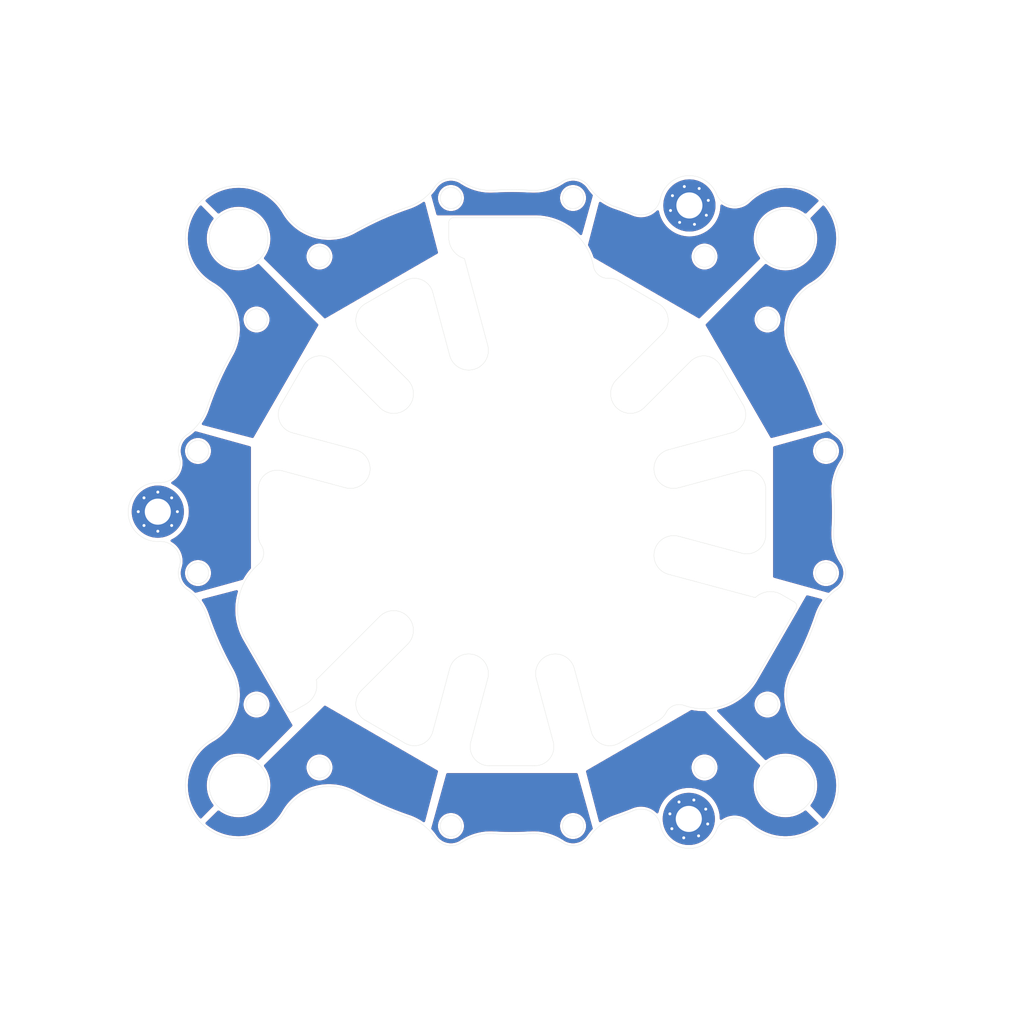
<source format=kicad_pcb>
(kicad_pcb (version 20240108) (generator "pcbnew") (generator_version "8.0")
  (layers (0 "F.Cu" signal) (31 "B.Cu" signal) (34 "B.Paste" user) (35 "F.Paste" user) (36 "B.SilkS" user "B.Silkscreen") (37 "F.SilkS" user "F.Silkscreen") (38 "B.Mask" user) (39 "F.Mask" user) (44 "Edge.Cuts" user))
  (net 0 "")
  (footprint "MountingHole:MountingHole_5.3mm_M5_Pad_Via" (layer "F.Cu") (at 138.175622 40.817152 -30)
    (property "Reference" "REF**")
    (property "Value" "MountingHole_5.3mm_M5_Pad_Via")
    (pad "1" thru_hole circle (at -3.975 0 330) (size 0.9 0.9) (drill 0.6) (layers "*.Cu" "*.Mask"))
    (pad "1" thru_hole circle (at -2.81075 -2.810749 330) (size 0.9 0.9) (drill 0.6) (layers "*.Cu" "*.Mask"))
    (pad "1" thru_hole circle (at -2.810749 2.81075 330) (size 0.9 0.9) (drill 0.6) (layers "*.Cu" "*.Mask"))
    (pad "1" thru_hole circle (at 0 -3.975 330) (size 0.9 0.9) (drill 0.6) (layers "*.Cu" "*.Mask"))
    (pad "1" thru_hole circle (at 0 0 330) (size 10.6 10.6) (drill 5.3) (layers "*.Cu" "*.Mask"))
    (pad "1" thru_hole circle (at 0 3.975 330) (size 0.9 0.9) (drill 0.6) (layers "*.Cu" "*.Mask"))
    (pad "1" thru_hole circle (at 2.810749 -2.81075 330) (size 0.9 0.9) (drill 0.6) (layers "*.Cu" "*.Mask"))
    (pad "1" thru_hole circle (at 2.81075 2.810749 330) (size 0.9 0.9) (drill 0.6) (layers "*.Cu" "*.Mask"))
    (pad "1" thru_hole circle (at 3.975 0 330) (size 0.9 0.9) (drill 0.6) (layers "*.Cu" "*.Mask"))
  )
  (footprint "MountingHole:MountingHole_5.3mm_M5_Pad_Via" (layer "F.Cu") (at 138.054378 165.472848 -150)
    (property "Reference" "REF**2")
    (property "Value" "MountingHole_5.3mm_M5_Pad_Via")
    (pad "1" thru_hole circle (at -3.975 0 210) (size 0.9 0.9) (drill 0.6) (layers "*.Cu" "*.Mask"))
    (pad "1" thru_hole circle (at -2.81075 -2.810749 210) (size 0.9 0.9) (drill 0.6) (layers "*.Cu" "*.Mask"))
    (pad "1" thru_hole circle (at -2.810749 2.81075 210) (size 0.9 0.9) (drill 0.6) (layers "*.Cu" "*.Mask"))
    (pad "1" thru_hole circle (at 0 -3.975 210) (size 0.9 0.9) (drill 0.6) (layers "*.Cu" "*.Mask"))
    (pad "1" thru_hole circle (at 0 0 210) (size 10.6 10.6) (drill 5.3) (layers "*.Cu" "*.Mask"))
    (pad "1" thru_hole circle (at 0 3.975 210) (size 0.9 0.9) (drill 0.6) (layers "*.Cu" "*.Mask"))
    (pad "1" thru_hole circle (at 2.810749 -2.81075 210) (size 0.9 0.9) (drill 0.6) (layers "*.Cu" "*.Mask"))
    (pad "1" thru_hole circle (at 2.81075 2.810749 210) (size 0.9 0.9) (drill 0.6) (layers "*.Cu" "*.Mask"))
    (pad "1" thru_hole circle (at 3.975 0 210) (size 0.9 0.9) (drill 0.6) (layers "*.Cu" "*.Mask"))
  )
  (footprint "MountingHole:MountingHole_5.3mm_M5_Pad_Via" (layer "F.Cu") (at 30.16 103.04 90)
    (property "Reference" "REF**1" (hide yes))
    (property "Value" "MountingHole_5.3mm_M5_Pad_Via")
    (pad "1" thru_hole circle (at -3.975 0 90) (size 0.9 0.9) (drill 0.6) (layers "*.Cu" "*.Mask"))
    (pad "1" thru_hole circle (at -2.81075 2.810749 90) (size 0.9 0.9) (drill 0.6) (layers "*.Cu" "*.Mask"))
    (pad "1" thru_hole circle (at -2.810749 -2.81075 90) (size 0.9 0.9) (drill 0.6) (layers "*.Cu" "*.Mask"))
    (pad "1" thru_hole circle (at 0 -3.975 90) (size 0.9 0.9) (drill 0.6) (layers "*.Cu" "*.Mask"))
    (pad "1" thru_hole circle (at 0 0 90) (size 10.6 10.6) (drill 5.3) (layers "*.Cu" "*.Mask"))
    (pad "1" thru_hole circle (at 0 3.975 90) (size 0.9 0.9) (drill 0.6) (layers "*.Cu" "*.Mask"))
    (pad "1" thru_hole circle (at 2.810749 2.81075 90) (size 0.9 0.9) (drill 0.6) (layers "*.Cu" "*.Mask"))
    (pad "1" thru_hole circle (at 2.81075 -2.810749 90) (size 0.9 0.9) (drill 0.6) (layers "*.Cu" "*.Mask"))
    (pad "1" thru_hole circle (at 3.975 0 90) (size 0.9 0.9) (drill 0.6) (layers "*.Cu" "*.Mask"))
  )
  (gr_arc (start 107.066645 136.987987) (mid 109.89842 132.08811) (end 114.795844 134.924127) (stroke (width 0.05)) (layer "Edge.Cuts"))
  (gr_arc (start 159.250751 71.056172) (mid 158.28056 63.176137) (end 163.118779 56.881093) (stroke (width 0.05)) (layer "Edge.Cuts"))
  (gr_arc (start 129.000688 81.897899) (mid 123.33749 81.891864) (end 123.356179 76.228699) (stroke (width 0.05)) (layer "Edge.Cuts"))
  (gr_circle (center 46.568 47.548733) (end 52.537 47.548733) (stroke (width 0.05)) (fill none) (layer "Edge.Cuts"))
  (gr_arc (start 70.324297 90.447682) (mid 73.151831 95.350008) (end 68.247062 98.173298) (stroke (width 0.05)) (layer "Edge.Cuts"))
  (gr_arc (start 45.010249 135.166294) (mid 42.293274 129.752483) (end 40.088039 124.11083) (stroke (width 0.05)) (layer "Edge.Cuts"))
  (gr_circle (center 89.727915 166.917) (end 91.877915 166.917) (stroke (width 0.05)) (fill none) (layer "Edge.Cuts"))
  (gr_line (start 153.68672 98.463414) (end 153.68672 107.7591) (stroke (width 0.05)) (layer "Edge.Cuts"))
  (gr_arc (start 169.264033 113.294364) (mid 167.870765 110.230187) (end 167.521855 106.882261) (stroke (width 0.05)) (layer "Edge.Cuts"))
  (gr_line (start 129.000688 81.897899) (end 138.389244 72.509343) (stroke (width 0.05)) (layer "Edge.Cuts"))
  (gr_arc (start 45.010249 135.166294) (mid 45.980414 143.046313) (end 41.142221 149.341373) (stroke (width 0.05)) (layer "Edge.Cuts"))
  (gr_line (start 70.324297 90.447682) (end 57.499145 87.011193) (stroke (width 0.05)) (layer "Edge.Cuts"))
  (gr_circle (center 38.324733 115.513818) (end 40.474733 115.513818) (stroke (width 0.05)) (fill none) (layer "Edge.Cuts"))
  (gr_arc (start 169.264033 113.294364) (mid 169.862769 116.277045) (end 168.190296 118.818262) (stroke (width 0.05)) (layer "Edge.Cuts"))
  (gr_line (start 159.484345 121.38407) (end 156.877181 119.878824) (stroke (width 0.05)) (layer "Edge.Cuts"))
  (gr_arc (start 71.528611 66.85249) (mid 70.43214 63.622393) (end 72.32726 60.786146) (stroke (width 0.05)) (layer "Edge.Cuts"))
  (gr_circle (center 141.248477 51.199925) (end 143.398477 51.199925) (stroke (width 0.05)) (fill none) (layer "Edge.Cuts"))
  (gr_circle (center 63.012523 51.199925) (end 65.162523 51.199925) (stroke (width 0.05)) (fill none) (layer "Edge.Cuts"))
  (gr_arc (start 70.075439 45.990982) (mid 75.489249 43.274004) (end 81.130903 41.068772) (stroke (width 0.05)) (layer "Edge.Cuts"))
  (gr_arc (start 55.90036 164.099512) (mid 62.195422 159.261322) (end 70.075439 160.231484) (stroke (width 0.05)) (layer "Edge.Cuts"))
  (gr_line (start 123.883481 56.138327) (end 131.933704 60.786126) (stroke (width 0.05)) (layer "Edge.Cuts"))
  (gr_arc (start 40.088039 82.111636) (mid 38.510368 85.085069) (end 36.070704 87.404204) (stroke (width 0.05)) (layer "Edge.Cuts"))
  (gr_arc (start 126.827679 163.776704) (mid 124.989259 164.493048) (end 123.130097 165.153694) (stroke (width 0.05)) (layer "Edge.Cuts"))
  (gr_line (start 123.356179 76.228699) (end 132.732389 66.85249) (stroke (width 0.05)) (layer "Edge.Cuts"))
  (gr_arc (start 163.118779 149.341373) (mid 166.292064 165.199611) (end 150.16481 166.410552) (stroke (width 0.05)) (layer "Edge.Cuts"))
  (gr_line (start 97.194356 136.987987) (end 93.754421 149.825998) (stroke (width 0.05)) (layer "Edge.Cuts"))
  (gr_arc (start 36.070704 118.818262) (mid 34.543828 116.819481) (end 34.51194 114.304435) (stroke (width 0.05)) (layer "Edge.Cuts"))
  (gr_arc (start 112.313631 35.9777) (mid 115.296328 35.378952) (end 117.837529 37.051437) (stroke (width 0.05)) (layer "Edge.Cuts"))
  (gr_arc (start 167.521855 99.340205) (mid 167.6305 103.111233) (end 167.521855 106.882261) (stroke (width 0.05)) (layer "Edge.Cuts"))
  (gr_arc (start 70.075439 45.990982) (mid 62.195423 46.961142) (end 55.90036 42.122953) (stroke (width 0.05)) (layer "Edge.Cuts"))
  (gr_arc (start 159.484345 121.38407) (mid 159.950234 121.991263) (end 159.850296 122.750053) (stroke (width 0.05)) (layer "Edge.Cuts"))
  (gr_arc (start 163.118779 149.341373) (mid 158.280591 143.046312) (end 159.250751 135.166294) (stroke (width 0.05)) (layer "Edge.Cuts"))
  (gr_line (start 132.73235 66.852451) (end 132.732389 66.85249) (stroke (width 0.05)) (layer "Edge.Cuts"))
  (gr_arc (start 97.4827 154.667453) (mid 94.427387 153.164017) (end 93.754421 149.825998) (stroke (width 0.05)) (layer "Edge.Cuts"))
  (gr_arc (start 34.51194 91.918031) (mid 33.858453 95.580729) (end 30.471688 97.120942) (stroke (width 0.05)) (layer "Edge.Cuts"))
  (gr_arc (start 164.172961 124.11083) (mid 161.967728 129.752484) (end 159.250751 135.166294) (stroke (width 0.05)) (layer "Edge.Cuts"))
  (gr_arc (start 86.030453 147.742613) (mid 83.781341 150.307233) (end 80.377517 150.084138) (stroke (width 0.05)) (layer "Edge.Cuts"))
  (gr_arc (start 36.070704 118.818262) (mid 38.510369 121.137397) (end 40.088039 124.11083) (stroke (width 0.05)) (layer "Edge.Cuts"))
  (gr_arc (start 138.389244 72.509343) (mid 141.619338 71.412875) (end 144.455585 73.30799) (stroke (width 0.05)) (layer "Edge.Cuts"))
  (gr_circle (center 157.693 158.673733) (end 163.662 158.673733) (stroke (width 0.05)) (fill none) (layer "Edge.Cuts"))
  (gr_arc (start 41.142221 56.881093) (mid 45.980412 63.176155) (end 45.010249 71.056172) (stroke (width 0.05)) (layer "Edge.Cuts"))
  (gr_circle (center 46.568 158.673733) (end 52.537 158.673733) (stroke (width 0.05)) (fill none) (layer "Edge.Cuts"))
  (gr_arc (start 91.947369 170.244766) (mid 88.964673 170.843519) (end 86.423471 169.171029) (stroke (width 0.05)) (layer "Edge.Cuts"))
  (gr_line (start 80.897194 130.001394) (end 71.528611 139.369976) (stroke (width 0.05)) (layer "Edge.Cuts"))
  (gr_circle (center 165.936267 90.708648) (end 168.086267 90.708648) (stroke (width 0.05)) (fill none) (layer "Edge.Cuts"))
  (gr_arc (start 105.901528 168.502588) (mid 109.249451 168.851515) (end 112.313631 170.244766) (stroke (width 0.05)) (layer "Edge.Cuts"))
  (gr_arc (start 133.936727 115.774791) (mid 131.108309 110.875827) (end 136.007272 108.047409) (stroke (width 0.05)) (layer "Edge.Cuts"))
  (gr_circle (center 30.1305 103.111233) (end 32.6305 103.111233) (stroke (width 0.05)) (fill none) (layer "Edge.Cuts"))
  (gr_arc (start 105.901528 168.502588) (mid 102.1305 168.611233) (end 98.359472 168.502588) (stroke (width 0.05)) (layer "Edge.Cuts"))
  (gr_arc (start 121.770247 55.626138) (mid 122.863715 55.730192) (end 123.883481 56.138327) (stroke (width 0.05)) (layer "Edge.Cuts"))
  (gr_arc (start 80.37752 56.138326) (mid 83.781341 55.915228) (end 86.030452 58.479847) (stroke (width 0.05)) (layer "Edge.Cuts"))
  (gr_arc (start 149.103442 81.358314) (mid 149.327942 84.758698) (end 146.769045 87.009266) (stroke (width 0.05)) (layer "Edge.Cuts"))
  (gr_circle (center 141.248477 155.022541) (end 143.398477 155.022541) (stroke (width 0.05)) (fill none) (layer "Edge.Cuts"))
  (gr_line (start 55.157594 81.358252) (end 59.805415 73.30799) (stroke (width 0.05)) (layer "Edge.Cuts"))
  (gr_arc (start 143.67738 167.752446) (mid 146.565071 165.360306) (end 150.16481 166.410552) (stroke (width 0.05)) (layer "Edge.Cuts"))
  (gr_arc (start 150.16481 39.811913) (mid 146.565071 40.862179) (end 143.67738 38.47002) (stroke (width 0.05)) (layer "Edge.Cuts"))
  (gr_circle (center 154.041808 142.229209) (end 156.191808 142.229209) (stroke (width 0.05)) (fill none) (layer "Edge.Cuts"))
  (gr_arc (start 132.253742 39.547562) (mid 130.220433 42.269252) (end 126.827679 42.445762) (stroke (width 0.05)) (layer "Edge.Cuts"))
  (gr_circle (center 138.1305 40.757404) (end 140.6305 40.757404) (stroke (width 0.05)) (fill none) (layer "Edge.Cuts"))
  (gr_line (start 136.007272 108.047409) (end 136.007279 108.047384) (stroke (width 0.05)) (layer "Edge.Cuts"))
  (gr_arc (start 72.327255 145.436315) (mid 70.43214 142.600071) (end 71.528611 139.369976) (stroke (width 0.05)) (layer "Edge.Cuts"))
  (gr_line (start 131.933733 145.436323) (end 123.883483 150.084138) (stroke (width 0.05)) (layer "Edge.Cuts"))
  (gr_line (start 133.936702 90.447682) (end 146.769045 87.009266) (stroke (width 0.05)) (layer "Edge.Cuts"))
  (gr_line (start 89.278319 44.305) (end 89.278319 47.305013) (stroke (width 0.05)) (layer "Edge.Cuts"))
  (gr_arc (start 57.499145 87.011193) (mid 54.934541 84.76209) (end 55.157594 81.358252) (stroke (width 0.05)) (layer "Edge.Cuts"))
  (gr_arc (start 62.359385 137.225495) (mid 62.105713 140.037343) (end 60.226915 142.144699) (stroke (width 0.05)) (layer "Edge.Cuts"))
  (gr_arc (start 121.770247 55.626138) (mid 119.766106 54.983329) (end 118.677526 53.182012) (stroke (width 0.05)) (layer "Edge.Cuts"))
  (gr_arc (start 89.278319 44.305) (mid 89.571213 43.5979) (end 90.278319 43.305013) (stroke (width 0.05)) (layer "Edge.Cuts"))
  (gr_circle (center 157.693 47.548733) (end 163.662 47.548733) (stroke (width 0.05)) (fill none) (layer "Edge.Cuts"))
  (gr_arc (start 133.433925 143.8623) (mid 134.992682 142.448073) (end 137.09696 142.405989) (stroke (width 0.05)) (layer "Edge.Cuts"))
  (gr_line (start 107.066644 136.987987) (end 110.503132 149.813134) (stroke (width 0.05)) (layer "Edge.Cuts"))
  (gr_arc (start 86.423471 37.051437) (mid 88.964678 35.378982) (end 91.947369 35.9777) (stroke (width 0.05)) (layer "Edge.Cuts"))
  (gr_line (start 144.455585 73.30799) (end 149.103442 81.358314) (stroke (width 0.05)) (layer "Edge.Cuts"))
  (gr_line (start 75.260442 81.898029) (end 65.871756 72.509343) (stroke (width 0.05)) (layer "Edge.Cuts"))
  (gr_arc (start 159.250751 71.056172) (mid 161.967729 76.469982) (end 164.172961 82.111636) (stroke (width 0.05)) (layer "Edge.Cuts"))
  (gr_arc (start 168.190296 87.404204) (mid 165.750636 85.085067) (end 164.172961 82.111636) (stroke (width 0.05)) (layer "Edge.Cuts"))
  (gr_line (start 68.247062 98.173298) (end 55.428539 94.738585) (stroke (width 0.05)) (layer "Edge.Cuts"))
  (gr_line (start 136.007271 98.175084) (end 148.83244 94.73859) (stroke (width 0.05)) (layer "Edge.Cuts"))
  (gr_line (start 97.19435 136.987985) (end 97.194356 136.987987) (stroke (width 0.05)) (layer "Edge.Cuts"))
  (gr_line (start 151.600274 137.039511) (end 159.850296 122.750053) (stroke (width 0.05)) (layer "Edge.Cuts"))
  (gr_arc (start 131.933704 60.786126) (mid 133.828867 63.622363) (end 132.73235 66.852451) (stroke (width 0.05)) (layer "Edge.Cuts"))
  (gr_arc (start 123.883483 150.084138) (mid 120.479685 150.307223) (end 118.230548 147.742617) (stroke (width 0.05)) (layer "Edge.Cuts"))
  (gr_line (start 106.7783 154.667429) (end 106.7783 154.667453) (stroke (width 0.05)) (layer "Edge.Cuts"))
  (gr_arc (start 164.172961 124.11083) (mid 165.750634 121.137399) (end 168.190296 118.818262) (stroke (width 0.05)) (layer "Edge.Cuts"))
  (gr_arc (start 123.130097 41.068772) (mid 120.156669 39.491096) (end 117.837529 37.051437) (stroke (width 0.05)) (layer "Edge.Cuts"))
  (gr_arc (start 91.947369 170.244766) (mid 95.011546 168.851504) (end 98.359472 168.502588) (stroke (width 0.05)) (layer "Edge.Cuts"))
  (gr_arc (start 136.007271 98.175084) (mid 131.108318 95.346679) (end 133.936702 90.447682) (stroke (width 0.05)) (layer "Edge.Cuts"))
  (gr_arc (start 55.90036 164.099512) (mid 38.934782 166.306951) (end 41.142221 149.341373) (stroke (width 0.05)) (layer "Edge.Cuts"))
  (gr_line (start 106.7783 43.305013) (end 90.278319 43.305013) (stroke (width 0.05)) (layer "Edge.Cuts"))
  (gr_arc (start 51.187328 109.845261) (mid 51.632696 111.902297) (end 50.617013 113.745698) (stroke (width 0.05)) (layer "Edge.Cuts"))
  (gr_line (start 80.377517 150.084138) (end 72.327255 145.436315) (stroke (width 0.05)) (layer "Edge.Cuts"))
  (gr_arc (start 41.142221 56.881093) (mid 38.934766 39.915458) (end 55.90036 42.122953) (stroke (width 0.05)) (layer "Edge.Cuts"))
  (gr_line (start 107.066645 136.987987) (end 107.066644 136.987987) (stroke (width 0.05)) (layer "Edge.Cuts"))
  (gr_line (start 80.91202 76.235898) (end 71.528611 66.85249) (stroke (width 0.05)) (layer "Edge.Cuts"))
  (gr_line (start 114.795844 134.924127) (end 118.230548 147.742617) (stroke (width 0.05)) (layer "Edge.Cuts"))
  (gr_arc (start 167.521855 99.340205) (mid 167.870772 95.992277) (end 169.264033 92.928102) (stroke (width 0.05)) (layer "Edge.Cuts"))
  (gr_arc (start 112.313631 35.9777) (mid 109.249452 37.370953) (end 105.901528 37.719878) (stroke (width 0.05)) (layer "Edge.Cuts"))
  (gr_circle (center 165.936267 115.513818) (end 168.086267 115.513818) (stroke (width 0.05)) (fill none) (layer "Edge.Cuts"))
  (gr_circle (center 50.219192 142.229209) (end 52.369192 142.229209) (stroke (width 0.05)) (fill none) (layer "Edge.Cuts"))
  (gr_line (start 48.012882 128.989209) (end 56.266403 143.284728) (stroke (width 0.05)) (layer "Edge.Cuts"))
  (gr_circle (center 38.324733 90.708648) (end 40.474733 90.708648) (stroke (width 0.05)) (fill none) (layer "Edge.Cuts"))
  (gr_line (start 89.466948 71.305026) (end 86.030452 58.479847) (stroke (width 0.05)) (layer "Edge.Cuts"))
  (gr_arc (start 80.91202 76.235898) (mid 80.919936 81.895387) (end 75.260442 81.898029) (stroke (width 0.05)) (layer "Edge.Cuts"))
  (gr_circle (center 114.533085 166.917) (end 116.683085 166.917) (stroke (width 0.05)) (fill none) (layer "Edge.Cuts"))
  (gr_arc (start 51.187328 109.845261) (mid 50.730715 108.846261) (end 50.57428 107.759052) (stroke (width 0.05)) (layer "Edge.Cuts"))
  (gr_arc (start 30.471688 109.101524) (mid 33.858454 110.641733) (end 34.51194 114.304435) (stroke (width 0.05)) (layer "Edge.Cuts"))
  (gr_circle (center 50.219192 63.993256) (end 52.369192 63.993256) (stroke (width 0.05)) (fill none) (layer "Edge.Cuts"))
  (gr_arc (start 57.628917 143.644654) (mid 56.873489 143.745467) (end 56.266403 143.284728) (stroke (width 0.05)) (layer "Edge.Cuts"))
  (gr_arc (start 117.837529 169.171029) (mid 120.156655 166.731348) (end 123.130097 165.153694) (stroke (width 0.05)) (layer "Edge.Cuts"))
  (gr_circle (center 63.012523 155.022541) (end 65.162523 155.022541) (stroke (width 0.05)) (fill none) (layer "Edge.Cuts"))
  (gr_arc (start 86.423471 37.051437) (mid 84.104337 39.491104) (end 81.130903 41.068772) (stroke (width 0.05)) (layer "Edge.Cuts"))
  (gr_arc (start 97.194355 69.234473) (mid 94.365927 74.133455) (end 89.466948 71.305026) (stroke (width 0.05)) (layer "Edge.Cuts"))
  (gr_circle (center 154.041808 63.993256) (end 156.191808 63.993256) (stroke (width 0.05)) (fill none) (layer "Edge.Cuts"))
  (gr_line (start 57.628917 143.644654) (end 60.226915 142.144699) (stroke (width 0.05)) (layer "Edge.Cuts"))
  (gr_arc (start 148.83244 94.73859) (mid 152.178016 95.404069) (end 153.68672 98.463414) (stroke (width 0.05)) (layer "Edge.Cuts"))
  (gr_arc (start 133.433925 143.8623) (mid 132.797068 144.757238) (end 131.933733 145.436323) (stroke (width 0.05)) (layer "Edge.Cuts"))
  (gr_circle (center 138.1305 165.465062) (end 140.6305 165.465062) (stroke (width 0.05)) (fill none) (layer "Edge.Cuts"))
  (gr_arc (start 98.359472 37.719878) (mid 95.011548 37.370952) (end 91.947369 35.9777) (stroke (width 0.05)) (layer "Edge.Cuts"))
  (gr_circle (center 114.533085 39.305466) (end 116.683085 39.305466) (stroke (width 0.05)) (fill none) (layer "Edge.Cuts"))
  (gr_arc (start 59.805415 73.30799) (mid 62.641662 71.41287) (end 65.871756 72.509343) (stroke (width 0.05)) (layer "Edge.Cuts"))
  (gr_arc (start 92.472241 51.611305) (mid 90.163973 49.985741) (end 89.278319 47.305013) (stroke (width 0.05)) (layer "Edge.Cuts"))
  (gr_arc (start 48.012882 128.989209) (mid 46.56384 120.897467) (end 50.617013 113.745698) (stroke (width 0.05)) (layer "Edge.Cuts"))
  (gr_line (start 50.57428 107.759052) (end 50.57428 98.46339) (stroke (width 0.05)) (layer "Edge.Cuts"))
  (gr_arc (start 106.7783 43.305013) (mid 114.51047 46.09598) (end 118.677526 53.182012) (stroke (width 0.05)) (layer "Edge.Cuts"))
  (gr_arc (start 81.130903 165.153694) (mid 84.104323 166.731377) (end 86.423471 169.171029) (stroke (width 0.05)) (layer "Edge.Cuts"))
  (gr_line (start 89.466949 134.917435) (end 86.030453 147.742613) (stroke (width 0.05)) (layer "Edge.Cuts"))
  (gr_arc (start 98.359472 37.719878) (mid 102.1305 37.611233) (end 105.901528 37.719878) (stroke (width 0.05)) (layer "Edge.Cuts"))
  (gr_arc (start 81.130903 165.153694) (mid 75.489251 162.948457) (end 70.075439 160.231484) (stroke (width 0.05)) (layer "Edge.Cuts"))
  (gr_arc (start 34.51194 91.918031) (mid 34.543802 89.402969) (end 36.070704 87.404204) (stroke (width 0.05)) (layer "Edge.Cuts"))
  (gr_arc (start 126.827679 163.776704) (mid 130.220436 163.953219) (end 132.253742 166.674904) (stroke (width 0.05)) (layer "Edge.Cuts"))
  (gr_arc (start 123.130097 41.068772) (mid 124.989259 41.729417) (end 126.827679 42.445762) (stroke (width 0.05)) (layer "Edge.Cuts"))
  (gr_line (start 75.255148 124.32973) (end 62.359385 137.225495) (stroke (width 0.05)) (layer "Edge.Cuts"))
  (gr_arc (start 150.16481 39.811913) (mid 166.292083 41.022801) (end 163.118779 56.881093) (stroke (width 0.05)) (layer "Edge.Cuts"))
  (gr_arc (start 110.503132 149.813134) (mid 109.837653 153.158724) (end 106.7783 154.667429) (stroke (width 0.05)) (layer "Edge.Cuts"))
  (gr_arc (start 89.466949 134.917435) (mid 94.365925 132.089009) (end 97.19435 136.987985) (stroke (width 0.05)) (layer "Edge.Cuts"))
  (gr_arc (start 153.68672 107.7591) (mid 152.178014 110.818399) (end 148.832437 111.483874) (stroke (width 0.05)) (layer "Edge.Cuts"))
  (gr_arc (start 50.57428 98.46339) (mid 52.082974 95.404061) (end 55.428539 94.738585) (stroke (width 0.05)) (layer "Edge.Cuts"))
  (gr_circle (center 89.727915 39.305466) (end 91.877915 39.305466) (stroke (width 0.05)) (fill none) (layer "Edge.Cuts"))
  (gr_arc (start 117.837529 169.171029) (mid 115.296323 170.843498) (end 112.313631 170.244766) (stroke (width 0.05)) (layer "Edge.Cuts"))
  (gr_arc (start 143.67738 167.752446) (mid 137.567047 171.438546) (end 132.253742 166.674904) (stroke (width 0.05)) (layer "Edge.Cuts"))
  (gr_arc (start 151.600274 137.039511) (mid 145.317147 142.340274) (end 137.09696 142.405989) (stroke (width 0.05)) (layer "Edge.Cuts"))
  (gr_arc (start 151.559876 120.496899) (mid 154.116629 119.311224) (end 156.877181 119.878824) (stroke (width 0.05)) (layer "Edge.Cuts"))
  (gr_arc (start 75.255148 124.32973) (mid 80.924761 124.331848) (end 80.897194 130.001394) (stroke (width 0.05)) (layer "Edge.Cuts"))
  (gr_arc (start 30.471688 109.101524) (mid 24.1305 103.111233) (end 30.471688 97.120942) (stroke (width 0.05)) (layer "Edge.Cuts"))
  (gr_line (start 97.194355 69.234473) (end 92.472241 51.611305) (stroke (width 0.05)) (layer "Edge.Cuts"))
  (gr_line (start 136.007279 108.047384) (end 148.832437 111.483874) (stroke (width 0.05)) (layer "Edge.Cuts"))
  (gr_line (start 106.7783 154.667453) (end 97.4827 154.667453) (stroke (width 0.05)) (layer "Edge.Cuts"))
  (gr_line (start 133.936727 115.774791) (end 151.559876 120.496899) (stroke (width 0.05)) (layer "Edge.Cuts"))
  (gr_arc (start 168.190296 87.404204) (mid 169.862778 89.945413) (end 169.264033 92.928102) (stroke (width 0.05)) (layer "Edge.Cuts"))
  (gr_line (start 72.32726 60.786146) (end 80.37752 56.138326) (stroke (width 0.05)) (layer "Edge.Cuts"))
  (gr_arc (start 132.253742 39.547562) (mid 137.567047 34.783916) (end 143.67738 38.47002) (stroke (width 0.05)) (layer "Edge.Cuts"))
  (gr_arc (start 40.088039 82.111636) (mid 42.293274 76.469984) (end 45.010249 71.056172) (stroke (width 0.05)) (layer "Edge.Cuts"))
  (zone (net 0) (net_name "") (layers "F&B.Cu") (priority 2) (connect_pads yes (clearance 1)) (min_thickness 0.5) (fill yes (thermal_gap 0.5) (thermal_bridge_width 0.5) (island_removal_mode 1) (island_area_min 10))
    (polygon (pts (xy 64.081862 142.411308) (xy 28.228461 177.69122) (xy 42.014124 187.093751) (xy 59.402453 198.576283) (xy 74.485558 204.351578) (xy 87.118138 155.711308)))
  )
  (zone (net 0) (net_name "") (layers "F&B.Cu") (priority 2) (connect_pads yes (clearance 1)) (min_thickness 0.5) (fill yes (thermal_gap 0.5) (thermal_bridge_width 0.5) (island_removal_mode 1) (island_area_min 10))
    (polygon (pts (xy 49.07 89.81) (xy 0.59 76.399999) (xy -0.66 93.04) (xy -1.91 113.84) (xy 0.629999 129.79) (xy 49.07 116.41)))
  )
  (zone (net 0) (net_name "") (layers "F&B.Cu") (priority 2) (connect_pads yes (clearance 1)) (min_thickness 0.5) (fill yes (thermal_gap 0.5) (thermal_bridge_width 0.5) (island_removal_mode 1) (island_area_min 10))
    (polygon (pts (xy 155.19 116.41) (xy 203.67 129.820001) (xy 204.92 113.18) (xy 206.17 92.38) (xy 203.630001 76.43) (xy 155.19 89.81)))
  )
  (zone (net 0) (net_name "") (layers "F&B.Cu") (priority 2) (connect_pads yes (clearance 1)) (min_thickness 0.5) (fill yes (thermal_gap 0.5) (thermal_bridge_width 0.5) (island_removal_mode 1) (island_area_min 10))
    (polygon (pts (xy 88.83 156.17) (xy 75.419999 204.65) (xy 92.06 205.9) (xy 112.86 207.15) (xy 128.81 204.610001) (xy 115.43 156.17)))
  )
  (zone (net 0) (net_name "") (layers "F&B.Cu") (priority 2) (connect_pads yes (clearance 1)) (min_thickness 0.5) (fill yes (thermal_gap 0.5) (thermal_bridge_width 0.5) (island_removal_mode 1) (island_area_min 10))
    (polygon (pts (xy 87.118138 50.508692) (xy 74.491538 1.81878) (xy 59.455876 9.056249) (xy 40.817548 18.373716) (xy 28.274442 28.548421) (xy 64.081862 63.808692)))
  )
  (zone (net 0) (net_name "") (layers "F&B.Cu") (priority 2) (connect_pads yes (clearance 1)) (min_thickness 0.5) (fill yes (thermal_gap 0.5) (thermal_bridge_width 0.5) (island_removal_mode 1) (island_area_min 10))
    (polygon (pts (xy 140.178138 63.808692) (xy 176.031539 28.52878) (xy 162.245876 19.126249) (xy 144.857547 7.643717) (xy 129.774442 1.868422) (xy 117.141862 50.508692)))
  )
  (zone (net 0) (net_name "") (layers "F&B.Cu") (priority 2) (connect_pads yes (clearance 1)) (min_thickness 0.5) (fill yes (thermal_gap 0.5) (thermal_bridge_width 0.5) (island_removal_mode 1) (island_area_min 10))
    (polygon (pts (xy 117.141862 155.711308) (xy 129.768462 204.40122) (xy 144.804124 197.163751) (xy 163.442452 187.846284) (xy 175.985558 177.671579) (xy 140.178138 142.411308)))
  )
  (zone (net 0) (net_name "") (layers "F&B.Cu") (priority 2) (connect_pads yes (clearance 1)) (min_thickness 0.5) (fill yes (thermal_gap 0.5) (thermal_bridge_width 0.5) (island_removal_mode 1) (island_area_min 10))
    (polygon (pts (xy 161.636332 120.64201) (xy 160.281332 122.988939) (xy 151.351308 123.976194) (xy 141.431308 141.158138) (xy 176.711219 177.01154) (xy 186.113751 163.225876) (xy 197.596283 145.837548) (xy 203.37158 130.754443) (xy 162.001332 120.009811)))
  )
  (zone (net 0) (net_name "") (layers "F&B.Cu") (priority 2) (connect_pads yes (clearance 1)) (min_thickness 0.5) (fill yes (thermal_gap 0.5) (thermal_bridge_width 0.5) (island_removal_mode 1) (island_area_min 10))
    (polygon (pts (xy 87.56 42.81) (xy 90.27 42.81) (xy 95.59 50.05) (xy 115.43 50.05) (xy 128.840001 1.57) (xy 112.2 0.32) (xy 91.4 -0.93) (xy 75.45 1.609999) (xy 86.83 42.81)))
  )
  (zone (net 0) (net_name "") (layers "F&B.Cu") (priority 2) (connect_pads yes (clearance 1)) (min_thickness 0.5) (fill yes (thermal_gap 0.5) (thermal_bridge_width 0.5) (island_removal_mode 1) (island_area_min 10))
    (polygon (pts (xy 57.193668 145.87799) (xy 55.838668 143.531061) (xy 59.448692 135.303806) (xy 49.528692 118.121862) (xy 0.83878 130.74846) (xy 8.076249 145.784124) (xy 17.393717 164.422452) (xy 27.56842 176.965558) (xy 57.558668 146.510189)))
  )
  (zone (net 0) (net_name "") (layers "F&B.Cu") (priority 2) (connect_pads yes (clearance 1)) (min_thickness 0.5) (fill yes (thermal_gap 0.5) (thermal_bridge_width 0.5) (island_removal_mode 1) (island_area_min 10))
    (polygon (pts (xy 154.731308 88.098138) (xy 203.42122 75.471538) (xy 196.183751 60.435876) (xy 186.866284 41.797548) (xy 176.691579 29.254442) (xy 141.431308 65.061862)))
  )
  (zone (net 0) (net_name "") (layers "F&B.Cu") (priority 2) (connect_pads yes (clearance 1)) (min_thickness 0.5) (fill yes (thermal_gap 0.5) (thermal_bridge_width 0.5) (island_removal_mode 1) (island_area_min 10))
    (polygon (pts (xy 62.828692 65.061862) (xy 27.54878 29.208461) (xy 18.146249 42.994124) (xy 6.663717 60.382453) (xy 0.888422 75.465558) (xy 49.528692 88.098138)))
  )
)
</source>
